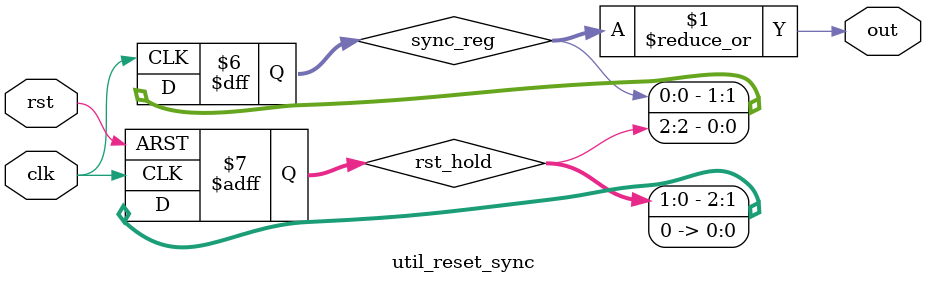
<source format=v>
/*
 * Synchronizes an active-high asynchronous reset signal to a given clock by
 * using a pipeline of N registers and stretches with D synchronous registers.
 */
module util_reset_sync #
(
    // depth of synchronizer
    parameter N = 3,
    // duration of pulse
    parameter D = 2
)
(
    input  wire clk,
    input  wire rst,
    output wire out
);

(* ASYNC_REG = "TRUE" *)
reg [N-1:0] rst_hold = {N{1'b0}};
reg [D-1:0] sync_reg = {D{1'b0}};

assign out = |sync_reg[D-1:0];

always @(posedge clk or posedge rst) begin
  if (rst) begin
    rst_hold <= {N{1'b1}};
  end else begin
    rst_hold[N-1:0] <= {rst_hold[N-2:0], 1'b0};
  end
end

always @(posedge clk) begin
  sync_reg[0] <= rst_hold[N-1];
  sync_reg[D-1:1] <= sync_reg[D-2:0];
end

endmodule

`resetall

</source>
